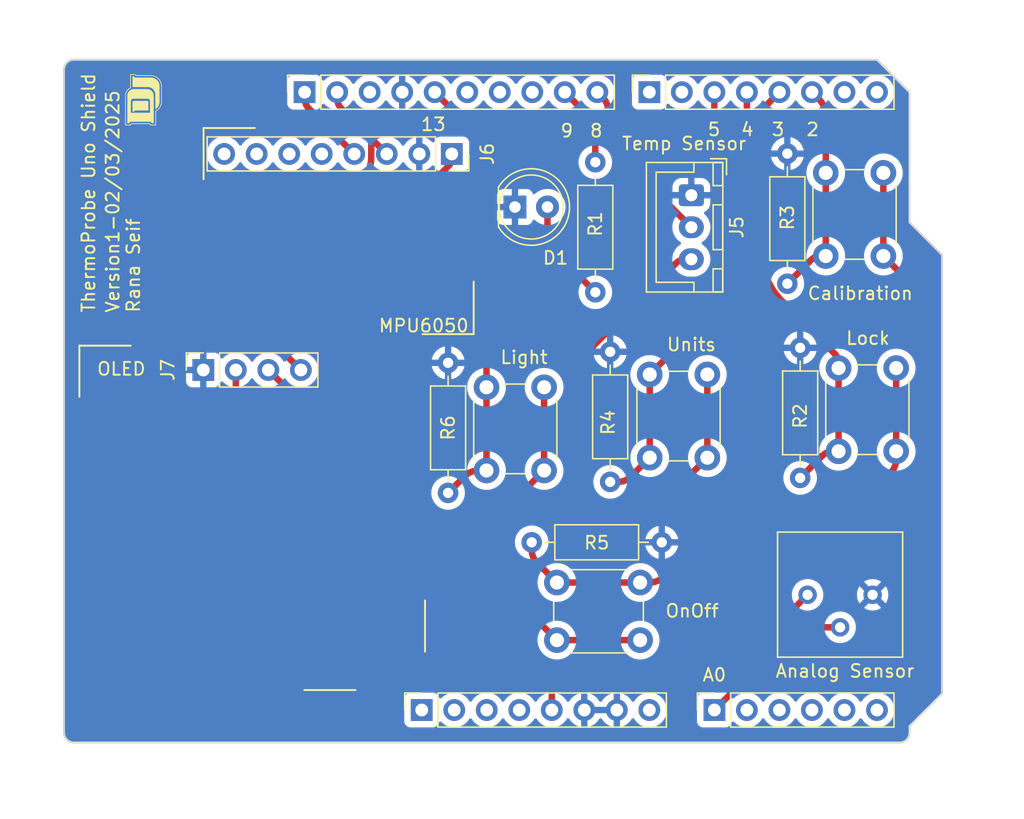
<source format=kicad_pcb>
(kicad_pcb (version 20240108) (generator "pcbnew") (generator_version "8.0")
  (title_block (date "mar. 31 mars 2015"))
  (layers (0 "F.Cu" signal) (31 "B.Cu" signal) (34 "B.Paste" user) (35 "F.Paste" user) (36 "B.SilkS" user "B.Silkscreen") (37 "F.SilkS" user "F.Silkscreen") (38 "B.Mask" user) (39 "F.Mask" user) (44 "Edge.Cuts" user))
  (net 0 "")
  (net 1 "GND")
  (net 3 "+5V")
  (net 4 "/IOREF")
  (net 5 "Net-(D1-A)")
  (net 6 "/A1")
  (net 7 "/A2")
  (net 8 "/A3")
  (net 9 "/SDA{slash}A4")
  (net 10 "/SCL{slash}A5")
  (net 11 "/12")
  (net 12 "/AREF")
  (net 13 "/Temp_Sensor")
  (net 14 "/7")
  (net 15 "/*11")
  (net 16 "/*10")
  (net 17 "/LED_Backlight")
  (net 18 "/Temp_POT")
  (net 19 "/Button_OnOff")
  (net 20 "/Button_Lock")
  (net 21 "/TX{slash}1")
  (net 22 "/Button_Units")
  (net 23 "/RX{slash}0")
  (net 24 "+3V3")
  (net 25 "VCC")
  (net 26 "/~{RESET}")
  (net 27 "/I2C_SCL")
  (net 28 "/I2C_SDA")
  (net 33 "/Button_Cal")
  (net 34 "/Button_Light")
  (footprint "Connector_PinSocket_2.54mm:PinSocket_1x08_P2.54mm_Vertical" (layer "F.Cu") (at 127.94 97.46 90)
    (property "Reference" "J1" (hide yes))
    (property "Value" "Power")
    (pad "1" thru_hole rect (at 0 0 90) (size 1.7 1.7) (drill 1) (layers "*.Cu" "*.Mask"))
    (pad "2" thru_hole oval (at 0 2.54 90) (size 1.7 1.7) (drill 1) (layers "*.Cu" "*.Mask") (net 4 "/IOREF"))
    (pad "3" thru_hole oval (at 0 5.08 90) (size 1.7 1.7) (drill 1) (layers "*.Cu" "*.Mask") (net 26 "/~{RESET}"))
    (pad "4" thru_hole oval (at 0 7.62 90) (size 1.7 1.7) (drill 1) (layers "*.Cu" "*.Mask") (net 24 "+3V3"))
    (pad "5" thru_hole oval (at 0 10.16 90) (size 1.7 1.7) (drill 1) (layers "*.Cu" "*.Mask") (net 3 "+5V"))
    (pad "6" thru_hole oval (at 0 12.7 90) (size 1.7 1.7) (drill 1) (layers "*.Cu" "*.Mask") (net 1 "GND"))
    (pad "7" thru_hole oval (at 0 15.24 90) (size 1.7 1.7) (drill 1) (layers "*.Cu" "*.Mask") (net 1 "GND"))
    (pad "8" thru_hole oval (at 0 17.78 90) (size 1.7 1.7) (drill 1) (layers "*.Cu" "*.Mask") (net 25 "VCC"))
  )
  (footprint "Connector_PinSocket_2.54mm:PinSocket_1x06_P2.54mm_Vertical" (layer "F.Cu") (at 150.8 97.46 90)
    (property "Reference" "J3" (hide yes))
    (property "Value" "Analog")
    (pad "1" thru_hole rect (at 0 0 90) (size 1.7 1.7) (drill 1) (layers "*.Cu" "*.Mask") (net 18 "/Temp_POT"))
    (pad "2" thru_hole oval (at 0 2.54 90) (size 1.7 1.7) (drill 1) (layers "*.Cu" "*.Mask") (net 6 "/A1"))
    (pad "3" thru_hole oval (at 0 5.08 90) (size 1.7 1.7) (drill 1) (layers "*.Cu" "*.Mask") (net 7 "/A2"))
    (pad "4" thru_hole oval (at 0 7.62 90) (size 1.7 1.7) (drill 1) (layers "*.Cu" "*.Mask") (net 8 "/A3"))
    (pad "5" thru_hole oval (at 0 10.16 90) (size 1.7 1.7) (drill 1) (layers "*.Cu" "*.Mask") (net 9 "/SDA{slash}A4"))
    (pad "6" thru_hole oval (at 0 12.7 90) (size 1.7 1.7) (drill 1) (layers "*.Cu" "*.Mask") (net 10 "/SCL{slash}A5"))
  )
  (footprint "Connector_PinSocket_2.54mm:PinSocket_1x10_P2.54mm_Vertical" (layer "F.Cu") (at 118.796 49.2 90)
    (property "Reference" "J2" (hide yes))
    (property "Value" "Digital/PWM")
    (pad "1" thru_hole rect (at 0 0 90) (size 1.7 1.7) (drill 1) (layers "*.Cu" "*.Mask") (net 28 "/I2C_SDA"))
    (pad "2" thru_hole oval (at 0 2.54 90) (size 1.7 1.7) (drill 1) (layers "*.Cu" "*.Mask") (net 27 "/I2C_SCL"))
    (pad "3" thru_hole oval (at 0 5.08 90) (size 1.7 1.7) (drill 1) (layers "*.Cu" "*.Mask") (net 12 "/AREF"))
    (pad "4" thru_hole oval (at 0 7.62 90) (size 1.7 1.7) (drill 1) (layers "*.Cu" "*.Mask") (net 1 "GND"))
    (pad "5" thru_hole oval (at 0 10.16 90) (size 1.7 1.7) (drill 1) (layers "*.Cu" "*.Mask") (net 34 "/Button_Light"))
    (pad "6" thru_hole oval (at 0 12.7 90) (size 1.7 1.7) (drill 1) (layers "*.Cu" "*.Mask") (net 11 "/12"))
    (pad "7" thru_hole oval (at 0 15.24 90) (size 1.7 1.7) (drill 1) (layers "*.Cu" "*.Mask") (net 15 "/*11"))
    (pad "8" thru_hole oval (at 0 17.78 90) (size 1.7 1.7) (drill 1) (layers "*.Cu" "*.Mask") (net 16 "/*10"))
    (pad "9" thru_hole oval (at 0 20.32 90) (size 1.7 1.7) (drill 1) (layers "*.Cu" "*.Mask") (net 17 "/LED_Backlight"))
    (pad "10" thru_hole oval (at 0 22.86 90) (size 1.7 1.7) (drill 1) (layers "*.Cu" "*.Mask") (net 13 "/Temp_Sensor"))
  )
  (footprint "Connector_PinSocket_2.54mm:PinSocket_1x08_P2.54mm_Vertical" (layer "F.Cu") (at 145.72 49.2 90)
    (property "Reference" "J4" (hide yes))
    (property "Value" "Digital/PWM")
    (pad "1" thru_hole rect (at 0 0 90) (size 1.7 1.7) (drill 1) (layers "*.Cu" "*.Mask") (net 14 "/7"))
    (pad "2" thru_hole oval (at 0 2.54 90) (size 1.7 1.7) (drill 1) (layers "*.Cu" "*.Mask"))
    (pad "3" thru_hole oval (at 0 5.08 90) (size 1.7 1.7) (drill 1) (layers "*.Cu" "*.Mask") (net 22 "/Button_Units"))
    (pad "4" thru_hole oval (at 0 7.62 90) (size 1.7 1.7) (drill 1) (layers "*.Cu" "*.Mask") (net 19 "/Button_OnOff"))
    (pad "5" thru_hole oval (at 0 10.16 90) (size 1.7 1.7) (drill 1) (layers "*.Cu" "*.Mask") (net 20 "/Button_Lock"))
    (pad "6" thru_hole oval (at 0 12.7 90) (size 1.7 1.7) (drill 1) (layers "*.Cu" "*.Mask") (net 33 "/Button_Cal"))
    (pad "7" thru_hole oval (at 0 15.24 90) (size 1.7 1.7) (drill 1) (layers "*.Cu" "*.Mask") (net 21 "/TX{slash}1"))
    (pad "8" thru_hole oval (at 0 17.78 90) (size 1.7 1.7) (drill 1) (layers "*.Cu" "*.Mask") (net 23 "/RX{slash}0"))
  )
  (footprint "Resistor_THT:R_Axial_DIN0207_L6.3mm_D2.5mm_P10.16mm_Horizontal" (layer "F.Cu") (at 130 80.5 90)
    (property "Reference" "R6" (at 5.08 0 90) (layer "F.SilkS"))
    (property "Value" "100k")
    (pad "1" thru_hole circle (at 0 0 90) (size 1.6 1.6) (drill 0.8) (layers "*.Cu" "*.Mask") (net 34 "/Button_Light"))
    (pad "2" thru_hole oval (at 10.16 0 90) (size 1.6 1.6) (drill 0.8) (layers "*.Cu" "*.Mask") (net 1 "GND"))
  )
  (footprint "Button_Switch_THT:SW_PUSH_6mm" (layer "F.Cu") (at 138.5 87.5)
    (property "Reference" "SW4" (hide yes))
    (property "Value" "SW_SPST" (hide yes))
    (pad "1" thru_hole circle (at 0 0 90) (size 2 2) (drill 1.1) (layers "*.Cu" "*.Mask") (net 19 "/Button_OnOff"))
    (pad "1" thru_hole circle (at 6.5 0 90) (size 2 2) (drill 1.1) (layers "*.Cu" "*.Mask") (net 19 "/Button_OnOff"))
    (pad "2" thru_hole circle (at 0 4.5 90) (size 2 2) (drill 1.1) (layers "*.Cu" "*.Mask") (net 3 "+5V"))
    (pad "2" thru_hole circle (at 6.5 4.5 90) (size 2 2) (drill 1.1) (layers "*.Cu" "*.Mask") (net 3 "+5V"))
  )
  (footprint "Resistor_THT:R_Axial_DIN0207_L6.3mm_D2.5mm_P10.16mm_Horizontal" (layer "F.Cu") (at 136.53 84.36)
    (property "Reference" "R5" (at 5.08 0.04 0) (layer "F.SilkS"))
    (property "Value" "100k")
    (pad "1" thru_hole circle (at 0 0) (size 1.6 1.6) (drill 0.8) (layers "*.Cu" "*.Mask") (net 19 "/Button_OnOff"))
    (pad "2" thru_hole oval (at 10.16 0) (size 1.6 1.6) (drill 0.8) (layers "*.Cu" "*.Mask") (net 1 "GND"))
  )
  (footprint "LOGO" (layer "F.Cu") (at 106.2 49.8 90)
    (property "Reference" "G***" (hide yes))
    (property "Value" "LOGO" (hide yes))
  )
  (footprint "Connector_JST:JST_XH_B3B-XH-A_1x03_P2.50mm_Vertical" (layer "F.Cu") (at 149 57.25 -90)
    (property "Reference" "J5" (at 2.5 -3.55 90) (layer "F.SilkS"))
    (property "Value" "Conn_Temp")
    (pad "1" thru_hole roundrect (at 0 0 270) (size 1.7 1.95) (drill 0.95) (layers "*.Cu" "*.Mask") (roundrect_rratio 0.147059) (net 1 "GND"))
    (pad "2" thru_hole oval (at 2.5 0 270) (size 1.7 1.95) (drill 0.95) (layers "*.Cu" "*.Mask") (net 13 "/Temp_Sensor"))
    (pad "3" thru_hole oval (at 5 0 270) (size 1.7 1.95) (drill 0.95) (layers "*.Cu" "*.Mask") (net 3 "+5V"))
  )
  (footprint "Resistor_THT:R_Axial_DIN0207_L6.3mm_D2.5mm_P10.16mm_Horizontal" (layer "F.Cu") (at 157.5 79.33 90)
    (property "Reference" "R2" (at 4.83 0 90) (layer "F.SilkS"))
    (property "Value" "100k")
    (pad "1" thru_hole circle (at 0 0 90) (size 1.6 1.6) (drill 0.8) (layers "*.Cu" "*.Mask") (net 20 "/Button_Lock"))
    (pad "2" thru_hole oval (at 10.16 0 90) (size 1.6 1.6) (drill 0.8) (layers "*.Cu" "*.Mask") (net 1 "GND"))
  )
  (footprint "Resistor_THT:R_Axial_DIN0207_L6.3mm_D2.5mm_P10.16mm_Horizontal" (layer "F.Cu") (at 142.66 79.64 90)
    (property "Reference" "R4" (at 4.64 -0.16 90) (layer "F.SilkS"))
    (property "Value" "100k")
    (pad "1" thru_hole circle (at 0 0 90) (size 1.6 1.6) (drill 0.8) (layers "*.Cu" "*.Mask") (net 22 "/Button_Units"))
    (pad "2" thru_hole oval (at 10.16 0 90) (size 1.6 1.6) (drill 0.8) (layers "*.Cu" "*.Mask") (net 1 "GND"))
  )
  (footprint "Resistor_THT:R_Axial_DIN0207_L6.3mm_D2.5mm_P10.16mm_Horizontal" (layer "F.Cu") (at 141.5 54.67 -90)
    (property "Reference" "R1" (at 4.83 0 90) (layer "F.SilkS"))
    (property "Value" "1k")
    (pad "1" thru_hole circle (at 0 0 270) (size 1.6 1.6) (drill 0.8) (layers "*.Cu" "*.Mask") (net 17 "/LED_Backlight"))
    (pad "2" thru_hole oval (at 10.16 0 270) (size 1.6 1.6) (drill 0.8) (layers "*.Cu" "*.Mask") (net 5 "Net-(D1-A)"))
  )
  (footprint "LED_THT:LED_D5.0mm" (layer "F.Cu") (at 135.225 58.17)
    (property "Reference" "D1" (at 3.165938 3.977071 0) (layer "F.SilkS"))
    (property "Value" "LED")
    (pad "1" thru_hole rect (at 0 0) (size 1.8 1.8) (drill 0.9) (layers "*.Cu" "*.Mask") (net 1 "GND"))
    (pad "2" thru_hole circle (at 2.54 0) (size 1.8 1.8) (drill 0.9) (layers "*.Cu" "*.Mask") (net 5 "Net-(D1-A)"))
  )
  (footprint "Connector_PinSocket_2.54mm:PinSocket_1x08_P2.54mm_Vertical" (layer "F.Cu") (at 130.29 54.025 -90)
    (property "Reference" "J6" (at 0 -2.77 90) (layer "F.SilkS"))
    (property "Value" "Conn_Gyro")
    (pad "1" thru_hole rect (at 0 0 270) (size 1.7 1.7) (drill 1) (layers "*.Cu" "*.Mask") (net 3 "+5V"))
    (pad "2" thru_hole oval (at 0 2.54 270) (size 1.7 1.7) (drill 1) (layers "*.Cu" "*.Mask") (net 1 "GND"))
    (pad "3" thru_hole oval (at 0 5.08 270) (size 1.7 1.7) (drill 1) (layers "*.Cu" "*.Mask") (net 27 "/I2C_SCL"))
    (pad "4" thru_hole oval (at 0 7.62 270) (size 1.7 1.7) (drill 1) (layers "*.Cu" "*.Mask") (net 28 "/I2C_SDA"))
    (pad "5" thru_hole oval (at 0 10.16 270) (size 1.7 1.7) (drill 1) (layers "*.Cu" "*.Mask"))
    (pad "6" thru_hole oval (at 0 12.7 270) (size 1.7 1.7) (drill 1) (layers "*.Cu" "*.Mask"))
    (pad "7" thru_hole oval (at 0 15.24 270) (size 1.7 1.7) (drill 1) (layers "*.Cu" "*.Mask"))
    (pad "8" thru_hole oval (at 0 17.78 270) (size 1.7 1.7) (drill 1) (layers "*.Cu" "*.Mask"))
  )
  (footprint "Resistor_THT:R_Axial_DIN0207_L6.3mm_D2.5mm_P10.16mm_Horizontal" (layer "F.Cu") (at 156.5 64.16 90)
    (property "Reference" "R3" (at 5.16 0 90) (layer "F.SilkS"))
    (property "Value" "100k")
    (pad "1" thru_hole circle (at 0 0 90) (size 1.6 1.6) (drill 0.8) (layers "*.Cu" "*.Mask") (net 33 "/Button_Cal"))
    (pad "2" thru_hole oval (at 10.16 0 90) (size 1.6 1.6) (drill 0.8) (layers "*.Cu" "*.Mask") (net 1 "GND"))
  )
  (footprint "Button_Switch_THT:SW_PUSH_6mm" (layer "F.Cu") (at 159.5 62 90)
    (property "Reference" "SW2" (hide yes))
    (property "Value" "SW_SPST" (hide yes))
    (pad "1" thru_hole circle (at 0 0 180) (size 2 2) (drill 1.1) (layers "*.Cu" "*.Mask") (net 33 "/Button_Cal"))
    (pad "1" thru_hole circle (at 6.5 0 180) (size 2 2) (drill 1.1) (layers "*.Cu" "*.Mask") (net 33 "/Button_Cal"))
    (pad "2" thru_hole circle (at 0 4.5 180) (size 2 2) (drill 1.1) (layers "*.Cu" "*.Mask") (net 3 "+5V"))
    (pad "2" thru_hole circle (at 6.5 4.5 180) (size 2 2) (drill 1.1) (layers "*.Cu" "*.Mask") (net 3 "+5V"))
  )
  (footprint "Button_Switch_THT:SW_PUSH_6mm" (layer "F.Cu") (at 133 78.75 90)
    (property "Reference" "SW5" (hide yes))
    (property "Value" "SW_SPST" (hide yes))
    (pad "1" thru_hole circle (at 0 0 180) (size 2 2) (drill 1.1) (layers "*.Cu" "*.Mask") (net 34 "/Button_Light"))
    (pad "1" thru_hole circle (at 6.5 0 180) (size 2 2) (drill 1.1) (layers "*.Cu" "*.Mask") (net 34 "/Button_Light"))
    (pad "2" thru_hole circle (at 0 4.5 180) (size 2 2) (drill 1.1) (layers "*.Cu" "*.Mask") (net 3 "+5V"))
    (pad "2" thru_hole circle (at 6.5 4.5 180) (size 2 2) (drill 1.1) (layers "*.Cu" "*.Mask") (net 3 "+5V"))
  )
  (footprint "Button_Switch_THT:SW_PUSH_6mm" (layer "F.Cu") (at 145.75 77.75 90)
    (property "Reference" "SW3" (hide yes))
    (property "Value" "SW_SPST" (hide yes))
    (pad "1" thru_hole circle (at 0 0 180) (size 2 2) (drill 1.1) (layers "*.Cu" "*.Mask") (net 22 "/Button_Units"))
    (pad "1" thru_hole circle (at 6.5 0 180) (size 2 2) (drill 1.1) (layers "*.Cu" "*.Mask") (net 22 "/Button_Units"))
    (pad "2" thru_hole circle (at 0 4.5 180) (size 2 2) (drill 1.1) (layers "*.Cu" "*.Mask") (net 3 "+5V"))
    (pad "2" thru_hole circle (at 6.5 4.5 180) (size 2 2) (drill 1.1) (layers "*.Cu" "*.Mask") (net 3 "+5V"))
  )
  (footprint "Button_Switch_THT:SW_PUSH_6mm" (layer "F.Cu") (at 160.5 77.25 90)
    (property "Reference" "SW1" (hide yes))
    (property "Value" "SW_SPST" (hide yes))
    (pad "1" thru_hole circle (at 0 0 180) (size 2 2) (drill 1.1) (layers "*.Cu" "*.Mask") (net 20 "/Button_Lock"))
    (pad "1" thru_hole circle (at 6.5 0 180) (size 2 2) (drill 1.1) (layers "*.Cu" "*.Mask") (net 20 "/Button_Lock"))
    (pad "2" thru_hole circle (at 0 4.5 180) (size 2 2) (drill 1.1) (layers "*.Cu" "*.Mask") (net 3 "+5V"))
    (pad "2" thru_hole circle (at 6.5 4.5 180) (size 2 2) (drill 1.1) (layers "*.Cu" "*.Mask") (net 3 "+5V"))
  )
  (footprint "Connector_PinSocket_2.54mm:PinSocket_1x04_P2.54mm_Vertical" (layer "F.Cu") (at 110.88 70.9 90)
    (property "Reference" "J7" (at 0 -2.77 90) (layer "F.SilkS"))
    (property "Value" "Conn_Display")
    (pad "1" thru_hole rect (at 0 0 90) (size 1.7 1.7) (drill 1) (layers "*.Cu" "*.Mask") (net 1 "GND"))
    (pad "2" thru_hole oval (at 0 2.54 90) (size 1.7 1.7) (drill 1) (layers "*.Cu" "*.Mask") (net 3 "+5V"))
    (pad "3" thru_hole oval (at 0 5.08 90) (size 1.7 1.7) (drill 1) (layers "*.Cu" "*.Mask") (net 27 "/I2C_SCL"))
    (pad "4" thru_hole oval (at 0 7.62 90) (size 1.7 1.7) (drill 1) (layers "*.Cu" "*.Mask") (net 28 "/I2C_SDA"))
  )
  (footprint "Potentiometer_THT:Potentiometer_Bourns_3386P_Vertical" (layer "F.Cu") (at 158.08 88.46 -90)
    (property "Reference" "RV1" (hide yes))
    (property "Value" "10k")
    (pad "1" thru_hole circle (at 0 0 270) (size 1.44 1.44) (drill 0.8) (layers "*.Cu" "*.Mask") (net 3 "+5V"))
    (pad "2" thru_hole circle (at 2.54 -2.54 270) (size 1.44 1.44) (drill 0.8) (layers "*.Cu" "*.Mask") (net 18 "/Temp_POT"))
    (pad "3" thru_hole circle (at 0 -5.08 270) (size 1.44 1.44) (drill 0.8) (layers "*.Cu" "*.Mask") (net 1 "GND"))
  )
  (gr_line (start 101.2 69) (end 105.2 69) (stroke (width 0.15)) (layer "F.SilkS"))
  (gr_line (start 110.9 52) (end 110.9 56) (stroke (width 0.15)) (layer "F.SilkS"))
  (gr_line (start 132 68.1) (end 132 64) (stroke (width 0.15)) (layer "F.SilkS"))
  (gr_line (start 128.2 92.9) (end 128.2 88.9) (stroke (width 0.15)) (layer "F.SilkS"))
  (gr_line (start 132 68.1) (end 128 68.1) (stroke (width 0.15)) (layer "F.SilkS"))
  (gr_line (start 101.2 69) (end 101.2 73) (stroke (width 0.15)) (layer "F.SilkS"))
  (gr_line (start 118.77 95.9) (end 122.77 95.9) (stroke (width 0.15)) (layer "F.SilkS"))
  (gr_line (start 110.9 52) (end 114.9 52) (stroke (width 0.15)) (layer "F.SilkS"))
  (gr_line (start 166.04 59.36) (end 168.58 61.9) (stroke (width 0.15)) (layer "Edge.Cuts"))
  (gr_line (start 100 99.238) (end 100 47.422) (stroke (width 0.15)) (layer "Edge.Cuts"))
  (gr_line (start 168.58 61.9) (end 168.58 96.19) (stroke (width 0.15)) (layer "Edge.Cuts"))
  (gr_line (start 165.278 100) (end 100.762 100) (stroke (width 0.15)) (layer "Edge.Cuts"))
  (gr_line (start 100.762 46.66) (end 163.5 46.66) (stroke (width 0.15)) (layer "Edge.Cuts"))
  (gr_arc (start 100.762 100) (mid 100.223185 99.776815) (end 100 99.238) (stroke (width 0.15)) (layer "Edge.Cuts"))
  (gr_line (start 168.58 96.19) (end 166.04 98.73) (stroke (width 0.15)) (layer "Edge.Cuts"))
  (gr_line (start 163.5 46.66) (end 166.04 49.2) (stroke (width 0.15)) (layer "Edge.Cuts"))
  (gr_arc (start 166.04 99.238) (mid 165.816815 99.776815) (end 165.278 100) (stroke (width 0.15)) (layer "Edge.Cuts"))
  (gr_line (start 166.04 49.2) (end 166.04 59.36) (stroke (width 0.15)) (layer "Edge.Cuts"))
  (gr_line (start 166.04 98.73) (end 166.04 99.238) (stroke (width 0.15)) (layer "Edge.Cuts"))
  (gr_arc (start 100 47.422) (mid 100.223185 46.883185) (end 100.762 46.66) (stroke (width 0.15)) (layer "Edge.Cuts"))
  (gr_text "OnOff" (at 146.9 90.3 0) (layer "F.SilkS") (effects (font (size 1 1)) (justify left bottom)))
  (gr_text "Temp Sensor" (at 143.5 53.8 0) (layer "F.SilkS") (effects (font (size 1 1)) (justify left bottom)))
  (gr_text "5" (at 150.2 52.7 0) (layer "F.SilkS") (effects (font (size 1 1)) (justify left bottom)))
  (gr_text "Analog Sensor" (at 155.5 95 0) (layer "F.SilkS") (effects (font (size 1 1)) (justify left bottom)))
  (gr_text "9" (at 138.7 52.8 0) (layer "F.SilkS") (effects (font (size 1 1)) (justify left bottom)))
  (gr_text "8" (at 141 52.8 0) (layer "F.SilkS") (effects (font (size 1 1)) (justify left bottom)))
  (gr_text "A0" (at 149.8 95.3 0) (layer "F.SilkS") (effects (font (size 1 1)) (justify left bottom)))
  (gr_text "Units" (at 147 69.5 0) (layer "F.SilkS") (effects (font (size 1 1)) (justify left bottom)))
  (gr_text "2" (at 157.9 52.7 0) (layer "F.SilkS") (effects (font (size 1 1)) (justify left bottom)))
  (gr_text "Light" (at 134 70.5 0) (layer "F.SilkS") (effects (font (size 1 1)) (justify left bottom)))
  (gr_text "3" (at 155.2 52.7 0) (layer "F.SilkS") (effects (font (size 1 1)) (justify left bottom)))
  (gr_text "Calibration" (at 158 65.5 0) (layer "F.SilkS") (effects (font (size 1 1)) (justify left bottom)))
  (gr_text "MPU6050" (at 124.5 68.025 0) (layer "F.SilkS") (effects (font (size 1 1)) (justify left bottom)))
  (gr_text "4" (at 152.8 52.7 0) (layer "F.SilkS") (effects (font (size 1 1)) (justify left bottom)))
  (gr_text "ThermoProbe Uno Shield" (at 102.5 66.5 90) (layer "F.SilkS") (effects (font (size 1 1)) (justify left bottom)))
  (gr_text "OLED" (at 102.5 71.4 0) (layer "F.SilkS") (effects (font (size 1 1)) (justify left bottom)))
  (gr_text "Lock" (at 161 69 0) (layer "F.SilkS") (effects (font (size 1 1)) (justify left bottom)))
  (gr_text "Version1-02/03/2025\nRana Seif" (at 106 66.5 90) (layer "F.SilkS") (effects (font (size 1 1)) (justify left bottom)))
  (gr_text "13" (at 127.8 52.3 0) (layer "F.SilkS") (effects (font (size 1 1)) (justify left bottom)))
  (segment (start 163.119913 82) (end 159.880086 82) (width 0.508) (layer "F.Cu") (net 3))
  (segment (start 165 77.875) (end 165 77.25) (width 0.508) (layer "F.Cu") (net 3))
  (segment (start 127.875 86.5) (end 129.125 86.5) (width 0.508) (layer "F.Cu") (net 3))
  (segment (start 151.5 88.753963) (end 151.5 90.104953) (width 0.508) (layer "F.Cu") (net 3))
  (segment (start 139.414213 81.375) (end 136.585786 81.375) (width 0.508) (layer "F.Cu") (net 3))
  (segment (start 133.770145 82.479854) (end 135.979854 80.270145) (width 0.508) (layer "F.Cu") (net 3))
  (segment (start 137.5 78.75) (end 137.5 72.25) (width 0.508) (layer "F.Cu") (net 3))
  (segment (start 133.770145 82.479854) (end 132.65533 83.594669) (width 0.508) (layer "F.Cu") (net 3))
  (segment (start 148.34 94.68) (end 139.499827 94.68) (width 0.508) (layer "F.Cu") (net 3))
  (segment (start 148.66 94.68) (end 148.34 94.68) (width 0.508) (layer "F.Cu") (net 3))
  (segment (start 148.218792 79.781207) (end 150.25 77.75) (width 0.508) (layer "F.Cu") (net 3))
  (segment (start 148.34 94.68) (end 148.66 94.68) (width 0.508) (layer "F.Cu") (net 3))
  (segment (start 115.013792 80.513792) (end 119.939339 85.439339) (width 0.508) (layer "F.Cu") (net 3))
  (segment (start 138.5 92) (end 145 92) (width 0.508) (layer "F.Cu") (net 3))
  (segment (start 128.941941 86.941941) (end 130.469669 88.469669) (width 0.508) (layer "F.Cu") (net 3))
  (segment (start 126.57 86.5) (end 125.43 86.5) (width 0.508) (layer "F.Cu") (net 3))
  (segment (start 138.509999 95.089999) (end 138.418198 95.181801) (width 0.508) (layer "F.Cu") (net 3))
  (segment (start 138.1 95.95) (end 138.1 95.05) (width 0.508) (layer "F.Cu") (net 3))
  (segment (start 164 62) (end 165.5 63.5) (width 0.508) (layer "F.Cu") (net 3))
  (segment (start 140 72.620539) (end 140 77.960786) (width 0.508) (layer "F.Cu") (net 3))
  (segment (start 125.093792 59.906207) (end 130.047815 54.952184) (width 0.508) (layer "F.Cu") (net 3))
  (segment (start 132.65533 86.15533) (end 138.5 92) (width 0.508) (layer "F.Cu") (net 3))
  (segment (start 133.03033 89.53033) (end 137.781801 94.281801) (width 0.508) (layer "F.Cu") (net 3))
  (segment (start 148.66 94.68) (end 150.18 94.68) (width 0.508) (layer "F.Cu") (net 3))
  (segment (start 124.75 85.25) (end 125.596949 86.096949) (width 0.508) (layer "F.Cu") (net 3))
  (segment (start 136.585786 81.375) (end 136.4375 81.375) (width 0.508) (layer "F.Cu") (net 3))
  (segment (start 147.804238 62.562337) (end 141.593792 68.772783) (width 0.508) (layer "F.Cu") (net 3))
  (segment (start 139.414213 81.375) (end 144.371036 81.375) (width 0.508) (layer "F.Cu") (net 3))
  (segment (start 123.5 63.753963) (end 123.5 82.232233) (width 0.508) (layer "F.Cu") (net 3))
  (segment (start 123 86.5) (end 122.5 86.5) (width 0.508) (layer "F.Cu") (net 3))
  (segment (start 126.57 86.5) (end 127.14 86.5) (width 0.508) (layer "F.Cu") (net 3))
  (segment (start 154.406206 83.593792) (end 153.093792 84.906207) (width 0.508) (layer "F.Cu") (net 3))
  (segment (start 159.880086 82) (end 158.253963 82) (width 0.508) (layer "F.Cu") (net 3))
  (segment (start 130.29 54.3675) (end 130.29 54.025) (width 0.508) (layer "F.Cu") (net 3))
  (segment (start 130.191941 86.058058) (end 131.594669 84.65533) (width 0.508) (layer "F.Cu") (net 3))
  (segment (start 131.594669 84.65533) (end 132.65533 83.594669) (width 0.508) (layer "F.Cu") (net 3))
  (segment (start 167 80.292893) (end 167 67.12132) (width 0.508) (layer "F.Cu") (net 3))
  (segment (start 123 86.5) (end 125 86.5) (width 0.508) (layer "F.Cu") (net 3))
  (segment (start 113.42 76.666036) (end 113.42 70.9) (width 0.508) (layer "F.Cu") (net 3))
  (segment (start 138.1 95.95) (end 138.1 97.46) (width 0.508) (layer "F.Cu") (net 3))
  (segment (start 162.645451 80.854548) (end 164.558058 78.941941) (width 0.508) (layer "F.Cu") (net 3))
  (segment (start 148.933137 94.566862) (end 150.16 93.34) (width 0.508) (layer "F.Cu") (net 3))
  (segment (start 150.25 77.75) (end 150.25 71.25) (width 0.508) (layer "F.Cu") (net 3))
  (segment (start 125.43 86.5) (end 125 86.5) (width 0.508) (layer "F.Cu") (net 3))
  (segment (start 153.047939 93.49206) (end 158.08 88.46) (width 0.508) (layer "F.Cu") (net 3))
  (segment (start 165 77.25) (end 165 70.75) (width 0.508) (layer "F.Cu") (net 3))
  (segment (start 125 86.5) (end 127.875 86.5) (width 0.508) (layer "F.Cu") (net 3))
  (segment (start 148.558288 62.25) (end 149 62.25) (width 0.508) (layer "F.Cu") (net 3))
  (segment (start 125 86.5) (end 123 86.5) (width 0.508) (layer "F.Cu") (net 3))
  (segment (start 137.5 78.75) (end 135.979854 80.270145) (width 0.508) (layer "F.Cu") (net 3))
  (segment (start 163.119913 82) (end 165.292893 82) (width 0.508) (layer "F.Cu") (net 3))
  (segment (start 164 62) (end 164 55.5) (width 0.508) (layer "F.Cu") (net 3))
  (arc (start 139.499827 94.68) (mid 138.964136 94.786555) (end 138.509999 95.089999) (width 0.508) (layer "F.Cu") (net 3))
  (arc (start 125.093792 59.906207) (mid 123.914213 61.671572) (end 123.5 63.753963) (width 0.508) (layer "F.Cu") (net 3))
  (arc (start 132.125 84.875) (mid 132.262828 85.567909) (end 132.65533 86.15533) (width 0.508) (layer "F.Cu") (net 3))
  (arc (start 138.418198 95.181801) (mid 138.182696 95.534253) (end 138.1 95.95) (width 0.508) (layer "F.Cu") (net 3))
  (arc (start 128.941941 86.941941) (mid 128.452424 86.614856) (end 127.875 86.5) (width 0.508) (layer "F.Cu") (net 3))
  (arc (start 167 80.292893) (mid 166.870054 80.946174) (end 166.5 81.5) (width 0.508) (layer "F.Cu") (net 3))
  (arc (start 148.218792 79.781207) (mid 146.453426 80.960786) (end 144.371036 81.375) (width 0.508) (layer "F.Cu") (net 3))
  (arc (start 139 80.375) (mid 138.873017 81.013384) (end 139.414213 81.375) (width 0.508) (layer "F.Cu") (net 3))
  (arc (start 148.66 94.68) (mid 148.66 94.68) (end 148.66 94.68) (width 0.508) (layer "F.Cu") (net 3))
  (arc (start 129.125 86.5) (mid 128.885822 86.659812) (end 128.941941 86.941941) (width 0.508) (layer "F.Cu") (net 3))
  (arc (start 165.5 63.5) (mid 166.610162 65.161475) (end 167 67.12132) (width 0.508) (layer "F.Cu") (net 3))
  (arc (start 165 77.875) (mid 164.885143 78.452424) (end 164.558058 78.941941) (width 0.508) (layer "F.Cu") (net 3))
  (arc (start 136.585786 81.375) (mid 137.892349 81.115108) (end 139 80.375) (width 0.508) (layer "F.Cu") (net 3))
  (arc (start 166.5 81.5) (mid 165.946174 81.870054) (end 165.292893 82) (width 0.508) (layer "F.Cu") (net 3))
  (arc (start 138.1 95.05) (mid 138.215065 95.222207) (end 138.418198 95.181801) (width 0.508) (layer "F.Cu") (net 3))
  (arc (start 141.593792 68.772783) (mid 140.414213 70.538148) (end 140 72.620539) (width 0.508) (layer "F.Cu") (net 3))
  (arc (start 158.253963 82) (mid 156.171572 82.414213) (end 154.406206 83.593792) (width 0.508) (layer "F.Cu") (net 3))
  (arc (start 136.4375 81.375) (mid 134.993938 81.662142) (end 133.770145 82.479854) (width 0.508) (layer "F.Cu") (net 3))
  (arc (start 140 77.960786) (mid 139.740108 79.267349) (end 139 80.375) (width 0.508) (layer "F.Cu") (net 3))
  (arc (start 125.43 86.5) (mid 125.648129 86.35425) (end 125.596949 86.096949) (width 0.508) (layer "F.Cu") (net 3))
  (arc (start 137.781801 94.281801) (mid 138.017302 94.634253) (end 138.1 95.05) (width 0.508) (layer "F.Cu") (net 3))
  (arc (start 132.65533 83.594669) (mid 132.262828 84.18209) (end 132.125 84.875) (width 0.508) (layer "F.Cu") (net 3))
  (arc (start 135.979854 80.270145) (mid 135.839557 80.975467) (end 136.4375 81.375) (width 0.508) (layer "F.Cu") (net 3))
  (arc (start 151.5 90.104953) (mid 151.151745 91.855747) (end 150.16 93.34) (width 0.508) (layer "F.Cu") (net 3))
  (arc (start 133.03033 89.53033) (mid 132.442909 89.137828) (end 131.75 89) (width 0.508) (layer "F.Cu") (net 3))
  (arc (start 148.933137 94.566862) (mid 148.80782 94.650596) (end 148.66 94.68) (width 0.508) (layer "F.Cu") (net 3))
  (arc (start 119.939339 85.439339) (mid 121.11418 86.224343) (end 122.5 86.5) (width 0.508) (layer "F.Cu") (net 3))
  (arc (start 148.558288 62.25) (mid 148.150199 62.331173) (end 147.804238 62.562337) (width 0.508) (layer "F.Cu") (net 3))
  (arc (start 132.125 84.875) (mid 131.933223 84.587987) (end 131.594669 84.65533) (width 0.508) (layer "F.Cu") (net 3))
  (arc (start 125.596949 86.096949) (mid 126.043388 86.39525) (end 126.57 86.5) (width 0.508) (layer "F.Cu") (net 3))
  (arc (start 130.29 54.3675) (mid 130.227058 54.683928) (end 130.047815 54.952184) (width 0.508) (layer "F.Cu") (net 3))
  (arc (start 125 86.5) (mid 125 86.5) (end 125 86.5) (width 0.508) (layer "F.Cu") (net 3))
  (arc (start 123.5 82.232233) (mid 123.824864 83.865436) (end 124.75 85.25) (width 0.508) (layer "F.Cu") (net 3))
  (arc (start 159.880086 82) (mid 161.376691 81.702306) (end 162.645451 80.854548) (width 0.508) (layer "F.Cu") (net 3))
  (arc (start 153.093792 84.906207) (mid 151.914213 86.671572) (end 151.5 88.753963) (width 0.508) (layer "F.Cu") (net 3))
  (arc (start 113.42 76.666036) (mid 113.834213 78.748426) (end 115.013792 80.513792) (width 0.508) (layer "F.Cu") (net 3))
  (arc (start 130.191941 86.058058) (mid 129.702424 86.385143) (end 129.125 86.5) (width 0.508) (layer "F.Cu") (net 3))
  (arc (start 153.047939 93.49206) (mid 151.732117 94.371264) (end 150.18 94.68) (width 0.508) (layer "F.Cu") (net 3))
  (arc (start 130.469669 88.469669) (mid 131.05709 88.862171) (end 131.75 89) (width 0.508) (layer "F.Cu") (net 3))
  (segment (start 138.799143 62.129143) (end 141.5 64.83) (width 0.508) (layer "F.Cu") (net 5))
  (segment (start 137.765 59.6325) (end 137.765 58.17) (width 0.508) (layer "F.Cu") (net 5))
  (arc (start 137.765 59.6325) (mid 138.033765 60.983673) (end 138.799143 62.129143) (width 0.508) (layer "F.Cu") (net 5))
  (segment (start 143.639492 54.389492) (end 149 59.75) (width 0.508) (layer "F.Cu") (net 13))
  (segment (start 142.081 49.625) (end 141.656 49.2) (width 0.508) (layer "F.Cu") (net 13))
  (segment (start 142.506 51.653) (end 142.506 50.65104) (width 0.508) (layer "F.Cu") (net 13))
  (arc (start 142.506 51.653) (mid 142.800584 53.133978) (end 143.639492 54.389492) (width 0.508) (layer "F.Cu") (net 13))
  (arc (start 142.081 49.625) (mid 142.395546 50.095751) (end 142.506 50.65104) (width 0.508) (layer "F.Cu") (net 13))
  (segment (start 140.408934 50.492934) (end 139.116 49.2) (width 0.508) (layer "F.Cu") (net 17))
  (segment (start 141.5 53.127) (end 141.5 54.67) (width 0.508) (layer "F.Cu") (net 17))
  (arc (start 140.408934 50.492934) (mid 141.216441 51.701453) (end 141.5 53.127) (width 0.508) (layer "F.Cu") (net 17))
  (segment (start 156.07206 92.187939) (end 150.8 97.46) (width 0.508) (layer "F.Cu") (net 18))
  (segment (start 158.94 91) (end 160.62 91) (width 0.508) (layer "F.Cu") (net 18))
  (arc (start 158.94 91) (mid 157.387882 91.308735) (end 156.07206 92.187939) (width 0.508) (layer "F.Cu") (net 18))
  (segment (start 151.746207 82.168005) (end 146.914212 87) (width 0.508) (layer "F.Cu") (net 19))
  (segment (start 136.53 84.945) (end 136.53 84.36) (width 0.508) (layer "F.Cu") (net 19))
  (segment (start 153.34 78.320249) (end 153.34 49.2) (width 0.508) (layer "F.Cu") (net 19))
  (segment (start 144.292893 87.5) (end 138.5 87.5) (width 0.508) (layer "F.Cu") (net 19))
  (segment (start 145.707106 87.5) (end 144.292893 87.5) (width 0.508) (layer "F.Cu") (net 19))
  (segment (start 136.943657 85.943657) (end 138.5 87.5) (width 0.508) (layer "F.Cu") (net 19))
  (arc (start 136.53 84.945) (mid 136.637505 85.485469) (end 136.943657 85.943657) (width 0.508) (layer "F.Cu") (net 19))
  (arc (start 153.34 78.320249) (mid 152.925786 80.402639) (end 151.746207 82.168005) (width 0.508) (layer "F.Cu") (net 19))
  (arc (start 146.914212 87) (mid 146.360387 87.370054) (end 145.707106 87.5) (width 0.508) (layer "F.Cu") (net 19))
  (segment (start 155.19 49.89) (end 155.88 49.2) (width 0.508) (layer "F.Cu") (net 20))
  (segment (start 160.5 76.79) (end 160.5 71.158288) (width 0.508) (layer "F.Cu") (net 20))
  (segment (start 160.211296 69.64472) (end 156.093792 65.527216) (width 0.508) (layer "F.Cu") (net 20))
  (segment (start 160.5 70.341712) (end 160.5 71.158288) (width 0.508) (layer "F.Cu") (net 20))
  (segment (start 159.25473 77.575269) (end 157.5 79.33) (width 0.508) (layer "F.Cu") (net 20))
  (segment (start 154.5 51.555807) (end 154.5 61.67946) (width 0.508) (layer "F.Cu") (net 20))
  (arc (start 154.5 61.67946) (mid 154.914213 63.76185) (end 156.093792 65.527216) (width 0.508) (layer "F.Cu") (net 20))
  (arc (start 155.19 49.89) (mid 154.679325 50.654278) (end 154.5 51.555807) (width 0.508) (layer "F.Cu") (net 20))
  (arc (start 160.04 77.25) (mid 159.615015 77.334534) (end 159.25473 77.575269) (width 0.508) (layer "F.Cu") (net 20))
  (arc (start 160.5 76.79) (mid 160.365269 77.115269) (end 160.04 77.25) (width 0.508) (layer "F.Cu") (net 20))
  (arc (start 160.211296 69.64472) (mid 160.424968 69.964502) (end 160.5 70.341712) (width 0.508) (layer "F.Cu") (net 20))
  (segment (start 150.8 63.946036) (end 150.8 49.2) (width 0.508) (layer "F.Cu") (net 22))
  (segment (start 149.206207 67.793792) (end 145.75 71.25) (width 0.508) (layer "F.Cu") (net 22))
  (segment (start 144.284264 79.215735) (end 145.75 77.75) (width 0.508) (layer "F.Cu") (net 22))
  (segment (start 145.75 71.25) (end 145.75 77.75) (width 0.508) (layer "F.Cu") (net 22))
  (segment (start 143.26 79.64) (end 142.66 79.64) (width 0.508) (layer "F.Cu") (net 22))
  (arc (start 150.8 63.946036) (mid 150.385786 66.028426) (end 149.206207 67.793792) (width 0.508) (layer "F.Cu") (net 22))
  (arc (start 144.284264 79.215735) (mid 143.814327 79.529737) (end 143.26 79.64) (width 0.508) (layer "F.Cu") (net 22))
  (segment (start 119.28 73) (end 120.146446 73) (width 0.508) (layer "F.Cu") (net 27))
  (segment (start 117.197329 72.137329) (end 115.96 70.9) (width 0.508) (layer "F.Cu") (net 27))
  (segment (start 122.499999 56.999999) (end 123.116116 56.383883) (width 0.508) (layer "F.Cu") (net 27))
  (segment (start 124.13875 52.95375) (end 125.21 54.025) (width 0.508) (layer "F.Cu") (net 27))
  (segment (start 124.04625 52.86125) (end 121.672229 50.487229) (width 0.508) (layer "F.Cu") (net 27))
  (segment (start 124 54.25) (end 124 53.065407) (width 0.508) (layer "F.Cu") (net 27))
  (segment (start 121 72.146446) (end 121 60.62132) (width 0.508) (layer "F.Cu") (net 27))
  (segment (start 121.336 49.6755) (end 121.336 49.2) (width 0.508) (layer "F.Cu") (net 27))
  (segment (start 124.04625 52.86125) (end 124.13875 52.95375) (width 0.508) (layer "F.Cu") (net 27))
  (arc (start 124 54.25) (mid 123.770286 55.404849) (end 123.116116 56.383883) (width 0.508) (layer "F.Cu") (net 27))
  (arc (start 124.13875 52.95375) (mid 124.0925 52.934592) (end 124.04625 52.95375) (width 0.508) (layer "F.Cu") (net 27))
  (arc (start 124.04625 52.95375) (mid 124.012019 53.004978) (end 124 53.065407) (width 0.508) (layer "F.Cu") (net 27))
  (arc (start 117.197329 72.137329) (mid 118.152866 72.775799) (end 119.28 73) (width 0.508) (layer "F.Cu") (net 27))
  (arc (start 121 72.146446) (mid 120.935027 72.473087) (end 120.75 72.75) (width 0.508) (layer "F.Cu") (net 27))
  (arc (start 124.04625 52.95375) (mid 124.065407 52.9075) (end 124.04625 52.86125) (width 0.508) (layer "F.Cu") (net 27))
  (arc (start 121.336 49.6755) (mid 121.423383 50.114804) (end 121.672229 50.487229) (width 0.508) (layer "F.Cu") (net 27))
  (arc (start 122.499999 56.999999) (mid 121.389837 58.661475) (end 121 60.62132) (width 0.508) (layer "F.Cu") (net 27))
  (arc (start 120.75 72.75) (mid 120.473087 72.935027) (end 120.146446 73) (width 0.508) (layer "F.Cu") (net 27))
  (segment (start 118.796 49.6755) (end 118.796 49.2) (width 0.508) (layer "F.Cu") (net 28))
  (segment (start 119.30925 50.66425) (end 119.132229 50.487229) (width 0.508) (layer "F.Cu") (net 28))
  (segment (start 108.5 58.646036) (end 108.5 53.435148) (width 0.508) (layer "F.Cu") (net 28))
  (segment (start 120.33575 51.69075) (end 122.67 54.025) (width 0.508) (layer "F.Cu") (net 28))
  (segment (start 110.093792 62.493792) (end 118.5 70.9) (width 0.508) (layer "F.Cu") (net 28))
  (segment (start 119.096654 51.1775) (end 110.757648 51.1775) (width 0.508) (layer "F.Cu") (net 28))
  (segment (start 119.30925 50.66425) (end 120.33575 51.69075) (width 0.508) (layer "F.Cu") (net 28))
  (arc (start 109.16125 51.83875) (mid 108.671853 52.571183) (end 108.5 53.435148) (width 0.508) (layer "F.Cu") (net 28))
  (arc (start 110.757648 51.1775) (mid 109.893683 51.349353) (end 109.16125 51.83875) (width 0.508) (layer "F.Cu") (net 28))
  (arc (start 108.5 58.646036) (mid 108.914213 60.728426) (end 110.093792 62.493792) (width 0.508) (layer "F.Cu") (net 28))
  (arc (start 120.33575 51.69075) (mid 119.767248 51.310889) (end 119.096654 51.1775) (width 0.508) (layer "F.Cu") (net 28))
  (arc (start 118.796 49.6755) (mid 118.883383 50.114804) (end 119.132229 50.487229) (width 0.508) (layer "F.Cu") (net 28))
  (arc (start 119.096654 51.1775) (mid 119.374423 50.9919) (end 119.30925 50.66425) (width 0.508) (layer "F.Cu") (net 28))
  (segment (start 159.5 61.58) (end 159.5 55.5) (width 0.508) (layer "F.Cu") (net 33))
  (segment (start 158.96 49.74) (end 158.42 49.2) (width 0.508) (layer "F.Cu") (net 33))
  (segment (start 158.363015 62.296984) (end 156.5 64.16) (width 0.508) (layer "F.Cu") (net 33))
  (segment (start 159.5 51.043675) (end 159.5 55.5) (width 0.508) (layer "F.Cu") (net 33))
  (arc (start 159.5 61.58) (mid 159.376984 61.876984) (end 159.08 62) (width 0.508) (layer "F.Cu") (net 33))
  (arc (start 159.08 62) (mid 158.69197 62.077183) (end 158.363015 62.296984) (width 0.508) (layer "F.Cu") (net 33))
  (arc (start 158.96 49.74) (mid 159.359658 50.338131) (end 159.5 51.043675) (width 0.508) (layer "F.Cu") (net 33))
  (segment (start 131.406207 51.650207) (end 128.956 49.2) (width 0.508) (layer "F.Cu") (net 34))
  (segment (start 131.308058 79.191941) (end 130 80.5) (width 0.508) (layer "F.Cu") (net 34))
  (segment (start 133 78.125) (end 133 72.25) (width 0.508) (layer "F.Cu") (net 34))
  (segment (start 133 55.497963) (end 133 72.25) (width 0.508) (layer "F.Cu") (net 34))
  (arc (start 133 78.125) (mid 132.816941 78.566941) (end 132.375 78.75) (width 0.508) (layer "F.Cu") (net 34))
  (arc (start 132.375 78.75) (mid 131.797575 78.864856) (end 131.308058 79.191941) (width 0.508) (layer "F.Cu") (net 34))
  (arc (start 131.406207 51.650207) (mid 132.585786 53.415572) (end 133 55.497963) (width 0.508) (layer "F.Cu") (net 34))
  (zone (net 1) (net_name "GND") (layer "B.Cu") (connect_pads (clearance 0.508)) (min_thickness 0.25) (fill yes (thermal_gap 0.5) (thermal_bridge_width 0.5))
    (polygon (pts (xy 95 42) (xy 174 42) (xy 175 105.5) (xy 95 106)))
  )
)
</source>
